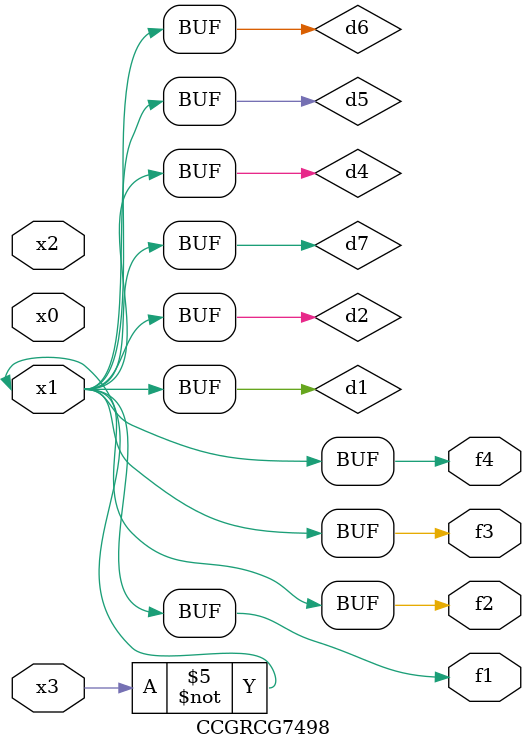
<source format=v>
module CCGRCG7498(
	input x0, x1, x2, x3,
	output f1, f2, f3, f4
);

	wire d1, d2, d3, d4, d5, d6, d7;

	not (d1, x3);
	buf (d2, x1);
	xnor (d3, d1, d2);
	nor (d4, d1);
	buf (d5, d1, d2);
	buf (d6, d4, d5);
	nand (d7, d4);
	assign f1 = d6;
	assign f2 = d7;
	assign f3 = d6;
	assign f4 = d6;
endmodule

</source>
